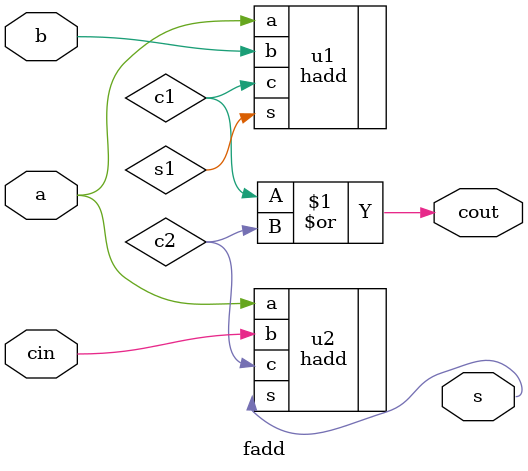
<source format=v>
module fadd (
    input wire a,
    input wire b,
    input wire cin,

    output wire s,
    output wire cout
);

wire s1, c1, c2;

hadd u1 (
    .a(a),
    .b(b),
    .s(s1),
    .c(c1)
);

hadd u2 (
    .a(a),
    .b(cin),
    .s(s),
    .c(c2)
);

assign cout = c1 | c2;

endmodule

</source>
